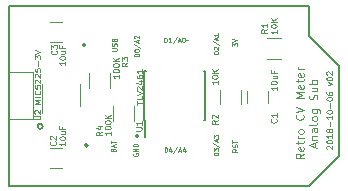
<source format=gbr>
G04 #@! TF.GenerationSoftware,KiCad,Pcbnew,(5.0.0-rc2-dev-444-g2974a2c10)*
G04 #@! TF.CreationDate,2018-10-06T13:39:59-07:00*
G04 #@! TF.ProjectId,2018-08-20 analog Trinket sub,323031382D30382D323020616E616C6F,rev?*
G04 #@! TF.SameCoordinates,Original*
G04 #@! TF.FileFunction,Legend,Top*
G04 #@! TF.FilePolarity,Positive*
%FSLAX46Y46*%
G04 Gerber Fmt 4.6, Leading zero omitted, Abs format (unit mm)*
G04 Created by KiCad (PCBNEW (5.0.0-rc2-dev-444-g2974a2c10)) date 10/06/18 13:39:59*
%MOMM*%
%LPD*%
G01*
G04 APERTURE LIST*
%ADD10C,0.100000*%
%ADD11C,0.200000*%
%ADD12C,0.150000*%
%ADD13C,0.120000*%
%ADD14C,0.080000*%
G04 APERTURE END LIST*
D10*
X241886609Y-67014314D02*
X241862800Y-66990504D01*
X241838990Y-66942885D01*
X241838990Y-66823838D01*
X241862800Y-66776219D01*
X241886609Y-66752409D01*
X241934228Y-66728600D01*
X241981847Y-66728600D01*
X242053276Y-66752409D01*
X242338990Y-67038123D01*
X242338990Y-66728600D01*
X241838990Y-66419076D02*
X241838990Y-66371457D01*
X241862800Y-66323838D01*
X241886609Y-66300028D01*
X241934228Y-66276219D01*
X242029466Y-66252409D01*
X242148514Y-66252409D01*
X242243752Y-66276219D01*
X242291371Y-66300028D01*
X242315180Y-66323838D01*
X242338990Y-66371457D01*
X242338990Y-66419076D01*
X242315180Y-66466695D01*
X242291371Y-66490504D01*
X242243752Y-66514314D01*
X242148514Y-66538123D01*
X242029466Y-66538123D01*
X241934228Y-66514314D01*
X241886609Y-66490504D01*
X241862800Y-66466695D01*
X241838990Y-66419076D01*
X242338990Y-65776219D02*
X242338990Y-66061933D01*
X242338990Y-65919076D02*
X241838990Y-65919076D01*
X241910419Y-65966695D01*
X241958038Y-66014314D01*
X241981847Y-66061933D01*
X242053276Y-65490504D02*
X242029466Y-65538123D01*
X242005657Y-65561933D01*
X241958038Y-65585742D01*
X241934228Y-65585742D01*
X241886609Y-65561933D01*
X241862800Y-65538123D01*
X241838990Y-65490504D01*
X241838990Y-65395266D01*
X241862800Y-65347647D01*
X241886609Y-65323838D01*
X241934228Y-65300028D01*
X241958038Y-65300028D01*
X242005657Y-65323838D01*
X242029466Y-65347647D01*
X242053276Y-65395266D01*
X242053276Y-65490504D01*
X242077085Y-65538123D01*
X242100895Y-65561933D01*
X242148514Y-65585742D01*
X242243752Y-65585742D01*
X242291371Y-65561933D01*
X242315180Y-65538123D01*
X242338990Y-65490504D01*
X242338990Y-65395266D01*
X242315180Y-65347647D01*
X242291371Y-65323838D01*
X242243752Y-65300028D01*
X242148514Y-65300028D01*
X242100895Y-65323838D01*
X242077085Y-65347647D01*
X242053276Y-65395266D01*
X242148514Y-65085742D02*
X242148514Y-64704790D01*
X242338990Y-64204790D02*
X242338990Y-64490504D01*
X242338990Y-64347647D02*
X241838990Y-64347647D01*
X241910419Y-64395266D01*
X241958038Y-64442885D01*
X241981847Y-64490504D01*
X241838990Y-63895266D02*
X241838990Y-63847647D01*
X241862800Y-63800028D01*
X241886609Y-63776219D01*
X241934228Y-63752409D01*
X242029466Y-63728600D01*
X242148514Y-63728600D01*
X242243752Y-63752409D01*
X242291371Y-63776219D01*
X242315180Y-63800028D01*
X242338990Y-63847647D01*
X242338990Y-63895266D01*
X242315180Y-63942885D01*
X242291371Y-63966695D01*
X242243752Y-63990504D01*
X242148514Y-64014314D01*
X242029466Y-64014314D01*
X241934228Y-63990504D01*
X241886609Y-63966695D01*
X241862800Y-63942885D01*
X241838990Y-63895266D01*
X242148514Y-63514314D02*
X242148514Y-63133361D01*
X241838990Y-62800028D02*
X241838990Y-62752409D01*
X241862800Y-62704790D01*
X241886609Y-62680980D01*
X241934228Y-62657171D01*
X242029466Y-62633361D01*
X242148514Y-62633361D01*
X242243752Y-62657171D01*
X242291371Y-62680980D01*
X242315180Y-62704790D01*
X242338990Y-62752409D01*
X242338990Y-62800028D01*
X242315180Y-62847647D01*
X242291371Y-62871457D01*
X242243752Y-62895266D01*
X242148514Y-62919076D01*
X242029466Y-62919076D01*
X241934228Y-62895266D01*
X241886609Y-62871457D01*
X241862800Y-62847647D01*
X241838990Y-62800028D01*
X241838990Y-62204790D02*
X241838990Y-62300028D01*
X241862800Y-62347647D01*
X241886609Y-62371457D01*
X241958038Y-62419076D01*
X242053276Y-62442885D01*
X242243752Y-62442885D01*
X242291371Y-62419076D01*
X242315180Y-62395266D01*
X242338990Y-62347647D01*
X242338990Y-62252409D01*
X242315180Y-62204790D01*
X242291371Y-62180980D01*
X242243752Y-62157171D01*
X242124704Y-62157171D01*
X242077085Y-62180980D01*
X242053276Y-62204790D01*
X242029466Y-62252409D01*
X242029466Y-62347647D01*
X242053276Y-62395266D01*
X242077085Y-62419076D01*
X242124704Y-62442885D01*
X242005657Y-61609552D02*
X242338990Y-61490504D01*
X242005657Y-61371457D01*
X241838990Y-61085742D02*
X241838990Y-61038123D01*
X241862800Y-60990504D01*
X241886609Y-60966695D01*
X241934228Y-60942885D01*
X242029466Y-60919076D01*
X242148514Y-60919076D01*
X242243752Y-60942885D01*
X242291371Y-60966695D01*
X242315180Y-60990504D01*
X242338990Y-61038123D01*
X242338990Y-61085742D01*
X242315180Y-61133361D01*
X242291371Y-61157171D01*
X242243752Y-61180980D01*
X242148514Y-61204790D01*
X242029466Y-61204790D01*
X241934228Y-61180980D01*
X241886609Y-61157171D01*
X241862800Y-61133361D01*
X241838990Y-61085742D01*
X241886609Y-60728600D02*
X241862800Y-60704790D01*
X241838990Y-60657171D01*
X241838990Y-60538123D01*
X241862800Y-60490504D01*
X241886609Y-60466695D01*
X241934228Y-60442885D01*
X241981847Y-60442885D01*
X242053276Y-60466695D01*
X242338990Y-60752409D01*
X242338990Y-60442885D01*
X239924066Y-67416666D02*
X239590733Y-67650000D01*
X239924066Y-67816666D02*
X239224066Y-67816666D01*
X239224066Y-67550000D01*
X239257400Y-67483333D01*
X239290733Y-67450000D01*
X239357400Y-67416666D01*
X239457400Y-67416666D01*
X239524066Y-67450000D01*
X239557400Y-67483333D01*
X239590733Y-67550000D01*
X239590733Y-67816666D01*
X239890733Y-66850000D02*
X239924066Y-66916666D01*
X239924066Y-67050000D01*
X239890733Y-67116666D01*
X239824066Y-67150000D01*
X239557400Y-67150000D01*
X239490733Y-67116666D01*
X239457400Y-67050000D01*
X239457400Y-66916666D01*
X239490733Y-66850000D01*
X239557400Y-66816666D01*
X239624066Y-66816666D01*
X239690733Y-67150000D01*
X239457400Y-66616666D02*
X239457400Y-66350000D01*
X239224066Y-66516666D02*
X239824066Y-66516666D01*
X239890733Y-66483333D01*
X239924066Y-66416666D01*
X239924066Y-66350000D01*
X239924066Y-66116666D02*
X239457400Y-66116666D01*
X239590733Y-66116666D02*
X239524066Y-66083333D01*
X239490733Y-66050000D01*
X239457400Y-65983333D01*
X239457400Y-65916666D01*
X239924066Y-65583333D02*
X239890733Y-65650000D01*
X239857400Y-65683333D01*
X239790733Y-65716666D01*
X239590733Y-65716666D01*
X239524066Y-65683333D01*
X239490733Y-65650000D01*
X239457400Y-65583333D01*
X239457400Y-65483333D01*
X239490733Y-65416666D01*
X239524066Y-65383333D01*
X239590733Y-65350000D01*
X239790733Y-65350000D01*
X239857400Y-65383333D01*
X239890733Y-65416666D01*
X239924066Y-65483333D01*
X239924066Y-65583333D01*
X239857400Y-64116666D02*
X239890733Y-64150000D01*
X239924066Y-64250000D01*
X239924066Y-64316666D01*
X239890733Y-64416666D01*
X239824066Y-64483333D01*
X239757400Y-64516666D01*
X239624066Y-64550000D01*
X239524066Y-64550000D01*
X239390733Y-64516666D01*
X239324066Y-64483333D01*
X239257400Y-64416666D01*
X239224066Y-64316666D01*
X239224066Y-64250000D01*
X239257400Y-64150000D01*
X239290733Y-64116666D01*
X239224066Y-63916666D02*
X239924066Y-63683333D01*
X239224066Y-63450000D01*
X239924066Y-62683333D02*
X239224066Y-62683333D01*
X239724066Y-62450000D01*
X239224066Y-62216666D01*
X239924066Y-62216666D01*
X239890733Y-61616666D02*
X239924066Y-61683333D01*
X239924066Y-61816666D01*
X239890733Y-61883333D01*
X239824066Y-61916666D01*
X239557400Y-61916666D01*
X239490733Y-61883333D01*
X239457400Y-61816666D01*
X239457400Y-61683333D01*
X239490733Y-61616666D01*
X239557400Y-61583333D01*
X239624066Y-61583333D01*
X239690733Y-61916666D01*
X239457400Y-61383333D02*
X239457400Y-61116666D01*
X239224066Y-61283333D02*
X239824066Y-61283333D01*
X239890733Y-61250000D01*
X239924066Y-61183333D01*
X239924066Y-61116666D01*
X239890733Y-60616666D02*
X239924066Y-60683333D01*
X239924066Y-60816666D01*
X239890733Y-60883333D01*
X239824066Y-60916666D01*
X239557400Y-60916666D01*
X239490733Y-60883333D01*
X239457400Y-60816666D01*
X239457400Y-60683333D01*
X239490733Y-60616666D01*
X239557400Y-60583333D01*
X239624066Y-60583333D01*
X239690733Y-60916666D01*
X239924066Y-60283333D02*
X239457400Y-60283333D01*
X239590733Y-60283333D02*
X239524066Y-60250000D01*
X239490733Y-60216666D01*
X239457400Y-60150000D01*
X239457400Y-60083333D01*
X240874066Y-66850000D02*
X240874066Y-66516666D01*
X241074066Y-66916666D02*
X240374066Y-66683333D01*
X241074066Y-66450000D01*
X240607400Y-66216666D02*
X241074066Y-66216666D01*
X240674066Y-66216666D02*
X240640733Y-66183333D01*
X240607400Y-66116666D01*
X240607400Y-66016666D01*
X240640733Y-65950000D01*
X240707400Y-65916666D01*
X241074066Y-65916666D01*
X241074066Y-65283333D02*
X240707400Y-65283333D01*
X240640733Y-65316666D01*
X240607400Y-65383333D01*
X240607400Y-65516666D01*
X240640733Y-65583333D01*
X241040733Y-65283333D02*
X241074066Y-65350000D01*
X241074066Y-65516666D01*
X241040733Y-65583333D01*
X240974066Y-65616666D01*
X240907400Y-65616666D01*
X240840733Y-65583333D01*
X240807400Y-65516666D01*
X240807400Y-65350000D01*
X240774066Y-65283333D01*
X241074066Y-64850000D02*
X241040733Y-64916666D01*
X240974066Y-64950000D01*
X240374066Y-64950000D01*
X241074066Y-64483333D02*
X241040733Y-64550000D01*
X241007400Y-64583333D01*
X240940733Y-64616666D01*
X240740733Y-64616666D01*
X240674066Y-64583333D01*
X240640733Y-64550000D01*
X240607400Y-64483333D01*
X240607400Y-64383333D01*
X240640733Y-64316666D01*
X240674066Y-64283333D01*
X240740733Y-64250000D01*
X240940733Y-64250000D01*
X241007400Y-64283333D01*
X241040733Y-64316666D01*
X241074066Y-64383333D01*
X241074066Y-64483333D01*
X240607400Y-63650000D02*
X241174066Y-63650000D01*
X241240733Y-63683333D01*
X241274066Y-63716666D01*
X241307400Y-63783333D01*
X241307400Y-63883333D01*
X241274066Y-63950000D01*
X241040733Y-63650000D02*
X241074066Y-63716666D01*
X241074066Y-63850000D01*
X241040733Y-63916666D01*
X241007400Y-63950000D01*
X240940733Y-63983333D01*
X240740733Y-63983333D01*
X240674066Y-63950000D01*
X240640733Y-63916666D01*
X240607400Y-63850000D01*
X240607400Y-63716666D01*
X240640733Y-63650000D01*
X241040733Y-62816666D02*
X241074066Y-62716666D01*
X241074066Y-62550000D01*
X241040733Y-62483333D01*
X241007400Y-62450000D01*
X240940733Y-62416666D01*
X240874066Y-62416666D01*
X240807400Y-62450000D01*
X240774066Y-62483333D01*
X240740733Y-62550000D01*
X240707400Y-62683333D01*
X240674066Y-62750000D01*
X240640733Y-62783333D01*
X240574066Y-62816666D01*
X240507400Y-62816666D01*
X240440733Y-62783333D01*
X240407400Y-62750000D01*
X240374066Y-62683333D01*
X240374066Y-62516666D01*
X240407400Y-62416666D01*
X240607400Y-61816666D02*
X241074066Y-61816666D01*
X240607400Y-62116666D02*
X240974066Y-62116666D01*
X241040733Y-62083333D01*
X241074066Y-62016666D01*
X241074066Y-61916666D01*
X241040733Y-61850000D01*
X241007400Y-61816666D01*
X241074066Y-61483333D02*
X240374066Y-61483333D01*
X240640733Y-61483333D02*
X240607400Y-61416666D01*
X240607400Y-61283333D01*
X240640733Y-61216666D01*
X240674066Y-61183333D01*
X240740733Y-61150000D01*
X240940733Y-61150000D01*
X241007400Y-61183333D01*
X241040733Y-61216666D01*
X241074066Y-61283333D01*
X241074066Y-61416666D01*
X241040733Y-61483333D01*
D11*
X221441421Y-58200000D02*
G75*
G03X221441421Y-58200000I-141421J0D01*
G01*
X221641421Y-66700000D02*
G75*
G03X221641421Y-66700000I-141421J0D01*
G01*
X217823607Y-65100000D02*
G75*
G03X217823607Y-65100000I-223607J0D01*
G01*
X225941421Y-65900000D02*
G75*
G03X225941421Y-65900000I-141421J0D01*
G01*
D12*
X214980001Y-54875001D02*
X214980001Y-70115001D01*
X214980001Y-54875001D02*
X240380001Y-54875001D01*
X242920001Y-59955001D02*
X242920001Y-67575001D01*
X214980001Y-70115001D02*
X240380001Y-70115001D01*
X240380001Y-70115001D02*
X242920001Y-67575001D01*
X242920001Y-59955001D02*
X240380001Y-57415001D01*
X240380001Y-57415001D02*
X240380001Y-54875001D01*
D10*
X215050001Y-60495001D02*
X216950001Y-60495001D01*
X216950001Y-60495001D02*
X216950001Y-64395001D01*
X216950001Y-64395001D02*
X216950001Y-64495001D01*
X216950001Y-64495001D02*
X214950001Y-64495001D01*
D13*
X218450000Y-68650000D02*
X219450000Y-68650000D01*
X219450000Y-66950000D02*
X218450000Y-66950000D01*
X238000000Y-59380000D02*
X236800000Y-59380000D01*
X236800000Y-57620000D02*
X238000000Y-57620000D01*
X232820000Y-63200000D02*
X232820000Y-62000000D01*
X234580000Y-62000000D02*
X234580000Y-63200000D01*
X235150000Y-62100000D02*
X235150000Y-63100000D01*
X236850000Y-63100000D02*
X236850000Y-62100000D01*
X218450000Y-57950000D02*
X219450000Y-57950000D01*
X219450000Y-56250000D02*
X218450000Y-56250000D01*
D12*
X226475000Y-64575000D02*
X226475000Y-65975000D01*
X231575000Y-64575000D02*
X231575000Y-60425000D01*
X226425000Y-64575000D02*
X226425000Y-60425000D01*
X231575000Y-64575000D02*
X231430000Y-64575000D01*
X231575000Y-60425000D02*
X231430000Y-60425000D01*
X226425000Y-60425000D02*
X226570000Y-60425000D01*
X226425000Y-64575000D02*
X226475000Y-64575000D01*
D13*
X217790000Y-61550000D02*
X217790000Y-64000000D01*
X221010000Y-63350000D02*
X221010000Y-61550000D01*
X223511000Y-60614000D02*
X223511000Y-61814000D01*
X221751000Y-61814000D02*
X221751000Y-60614000D01*
X225543000Y-63408000D02*
X225543000Y-64608000D01*
X223783000Y-64608000D02*
X223783000Y-63408000D01*
D14*
X223771428Y-67095238D02*
X223790476Y-67038095D01*
X223809523Y-67019047D01*
X223847619Y-67000000D01*
X223904761Y-67000000D01*
X223942857Y-67019047D01*
X223961904Y-67038095D01*
X223980952Y-67076190D01*
X223980952Y-67228571D01*
X223580952Y-67228571D01*
X223580952Y-67095238D01*
X223600000Y-67057142D01*
X223619047Y-67038095D01*
X223657142Y-67019047D01*
X223695238Y-67019047D01*
X223733333Y-67038095D01*
X223752380Y-67057142D01*
X223771428Y-67095238D01*
X223771428Y-67228571D01*
X223866666Y-66847619D02*
X223866666Y-66657142D01*
X223980952Y-66885714D02*
X223580952Y-66752380D01*
X223980952Y-66619047D01*
X223580952Y-66542857D02*
X223580952Y-66314285D01*
X223980952Y-66428571D02*
X223580952Y-66428571D01*
X225500000Y-67404761D02*
X225480952Y-67442857D01*
X225480952Y-67500000D01*
X225500000Y-67557142D01*
X225538095Y-67595238D01*
X225576190Y-67614285D01*
X225652380Y-67633333D01*
X225709523Y-67633333D01*
X225785714Y-67614285D01*
X225823809Y-67595238D01*
X225861904Y-67557142D01*
X225880952Y-67500000D01*
X225880952Y-67461904D01*
X225861904Y-67404761D01*
X225842857Y-67385714D01*
X225709523Y-67385714D01*
X225709523Y-67461904D01*
X225880952Y-67214285D02*
X225480952Y-67214285D01*
X225880952Y-66985714D01*
X225480952Y-66985714D01*
X225880952Y-66795238D02*
X225480952Y-66795238D01*
X225480952Y-66700000D01*
X225500000Y-66642857D01*
X225538095Y-66604761D01*
X225576190Y-66585714D01*
X225652380Y-66566666D01*
X225709523Y-66566666D01*
X225785714Y-66585714D01*
X225823809Y-66604761D01*
X225861904Y-66642857D01*
X225880952Y-66700000D01*
X225880952Y-66795238D01*
X228133333Y-67280952D02*
X228133333Y-66880952D01*
X228228571Y-66880952D01*
X228285714Y-66900000D01*
X228323809Y-66938095D01*
X228342857Y-66976190D01*
X228361904Y-67052380D01*
X228361904Y-67109523D01*
X228342857Y-67185714D01*
X228323809Y-67223809D01*
X228285714Y-67261904D01*
X228228571Y-67280952D01*
X228133333Y-67280952D01*
X228704761Y-67014285D02*
X228704761Y-67280952D01*
X228609523Y-66861904D02*
X228514285Y-67147619D01*
X228761904Y-67147619D01*
X229200000Y-66861904D02*
X228857142Y-67376190D01*
X229314285Y-67166666D02*
X229504761Y-67166666D01*
X229276190Y-67280952D02*
X229409523Y-66880952D01*
X229542857Y-67280952D01*
X229847619Y-67014285D02*
X229847619Y-67280952D01*
X229752380Y-66861904D02*
X229657142Y-67147619D01*
X229904761Y-67147619D01*
X232680952Y-67566666D02*
X232280952Y-67566666D01*
X232280952Y-67471428D01*
X232300000Y-67414285D01*
X232338095Y-67376190D01*
X232376190Y-67357142D01*
X232452380Y-67338095D01*
X232509523Y-67338095D01*
X232585714Y-67357142D01*
X232623809Y-67376190D01*
X232661904Y-67414285D01*
X232680952Y-67471428D01*
X232680952Y-67566666D01*
X232280952Y-67204761D02*
X232280952Y-66957142D01*
X232433333Y-67090476D01*
X232433333Y-67033333D01*
X232452380Y-66995238D01*
X232471428Y-66976190D01*
X232509523Y-66957142D01*
X232604761Y-66957142D01*
X232642857Y-66976190D01*
X232661904Y-66995238D01*
X232680952Y-67033333D01*
X232680952Y-67147619D01*
X232661904Y-67185714D01*
X232642857Y-67204761D01*
X232261904Y-66500000D02*
X232776190Y-66842857D01*
X232566666Y-66385714D02*
X232566666Y-66195238D01*
X232680952Y-66423809D02*
X232280952Y-66290476D01*
X232680952Y-66157142D01*
X232280952Y-66061904D02*
X232280952Y-65814285D01*
X232433333Y-65947619D01*
X232433333Y-65890476D01*
X232452380Y-65852380D01*
X232471428Y-65833333D01*
X232509523Y-65814285D01*
X232604761Y-65814285D01*
X232642857Y-65833333D01*
X232661904Y-65852380D01*
X232680952Y-65890476D01*
X232680952Y-66004761D01*
X232661904Y-66042857D01*
X232642857Y-66061904D01*
X234280952Y-67019047D02*
X234090476Y-67152380D01*
X234280952Y-67247619D02*
X233880952Y-67247619D01*
X233880952Y-67095238D01*
X233900000Y-67057142D01*
X233919047Y-67038095D01*
X233957142Y-67019047D01*
X234014285Y-67019047D01*
X234052380Y-67038095D01*
X234071428Y-67057142D01*
X234090476Y-67095238D01*
X234090476Y-67247619D01*
X234261904Y-66866666D02*
X234280952Y-66809523D01*
X234280952Y-66714285D01*
X234261904Y-66676190D01*
X234242857Y-66657142D01*
X234204761Y-66638095D01*
X234166666Y-66638095D01*
X234128571Y-66657142D01*
X234109523Y-66676190D01*
X234090476Y-66714285D01*
X234071428Y-66790476D01*
X234052380Y-66828571D01*
X234033333Y-66847619D01*
X233995238Y-66866666D01*
X233957142Y-66866666D01*
X233919047Y-66847619D01*
X233900000Y-66828571D01*
X233880952Y-66790476D01*
X233880952Y-66695238D01*
X233900000Y-66638095D01*
X233880952Y-66523809D02*
X233880952Y-66295238D01*
X234280952Y-66409523D02*
X233880952Y-66409523D01*
X223680952Y-58704761D02*
X224004761Y-58704761D01*
X224042857Y-58685714D01*
X224061904Y-58666666D01*
X224080952Y-58628571D01*
X224080952Y-58552380D01*
X224061904Y-58514285D01*
X224042857Y-58495238D01*
X224004761Y-58476190D01*
X223680952Y-58476190D01*
X224061904Y-58304761D02*
X224080952Y-58247619D01*
X224080952Y-58152380D01*
X224061904Y-58114285D01*
X224042857Y-58095238D01*
X224004761Y-58076190D01*
X223966666Y-58076190D01*
X223928571Y-58095238D01*
X223909523Y-58114285D01*
X223890476Y-58152380D01*
X223871428Y-58228571D01*
X223852380Y-58266666D01*
X223833333Y-58285714D01*
X223795238Y-58304761D01*
X223757142Y-58304761D01*
X223719047Y-58285714D01*
X223700000Y-58266666D01*
X223680952Y-58228571D01*
X223680952Y-58133333D01*
X223700000Y-58076190D01*
X223871428Y-57771428D02*
X223890476Y-57714285D01*
X223909523Y-57695238D01*
X223947619Y-57676190D01*
X224004761Y-57676190D01*
X224042857Y-57695238D01*
X224061904Y-57714285D01*
X224080952Y-57752380D01*
X224080952Y-57904761D01*
X223680952Y-57904761D01*
X223680952Y-57771428D01*
X223700000Y-57733333D01*
X223719047Y-57714285D01*
X223757142Y-57695238D01*
X223795238Y-57695238D01*
X223833333Y-57714285D01*
X223852380Y-57733333D01*
X223871428Y-57771428D01*
X223871428Y-57904761D01*
X225980952Y-59166666D02*
X225580952Y-59166666D01*
X225580952Y-59071428D01*
X225600000Y-59014285D01*
X225638095Y-58976190D01*
X225676190Y-58957142D01*
X225752380Y-58938095D01*
X225809523Y-58938095D01*
X225885714Y-58957142D01*
X225923809Y-58976190D01*
X225961904Y-59014285D01*
X225980952Y-59071428D01*
X225980952Y-59166666D01*
X225580952Y-58690476D02*
X225580952Y-58652380D01*
X225600000Y-58614285D01*
X225619047Y-58595238D01*
X225657142Y-58576190D01*
X225733333Y-58557142D01*
X225828571Y-58557142D01*
X225904761Y-58576190D01*
X225942857Y-58595238D01*
X225961904Y-58614285D01*
X225980952Y-58652380D01*
X225980952Y-58690476D01*
X225961904Y-58728571D01*
X225942857Y-58747619D01*
X225904761Y-58766666D01*
X225828571Y-58785714D01*
X225733333Y-58785714D01*
X225657142Y-58766666D01*
X225619047Y-58747619D01*
X225600000Y-58728571D01*
X225580952Y-58690476D01*
X225561904Y-58100000D02*
X226076190Y-58442857D01*
X225866666Y-57985714D02*
X225866666Y-57795238D01*
X225980952Y-58023809D02*
X225580952Y-57890476D01*
X225980952Y-57757142D01*
X225619047Y-57642857D02*
X225600000Y-57623809D01*
X225580952Y-57585714D01*
X225580952Y-57490476D01*
X225600000Y-57452380D01*
X225619047Y-57433333D01*
X225657142Y-57414285D01*
X225695238Y-57414285D01*
X225752380Y-57433333D01*
X225980952Y-57661904D01*
X225980952Y-57414285D01*
X228090476Y-57980952D02*
X228090476Y-57580952D01*
X228185714Y-57580952D01*
X228242857Y-57600000D01*
X228280952Y-57638095D01*
X228300000Y-57676190D01*
X228319047Y-57752380D01*
X228319047Y-57809523D01*
X228300000Y-57885714D01*
X228280952Y-57923809D01*
X228242857Y-57961904D01*
X228185714Y-57980952D01*
X228090476Y-57980952D01*
X228700000Y-57980952D02*
X228471428Y-57980952D01*
X228585714Y-57980952D02*
X228585714Y-57580952D01*
X228547619Y-57638095D01*
X228509523Y-57676190D01*
X228471428Y-57695238D01*
X229157142Y-57561904D02*
X228814285Y-58076190D01*
X229271428Y-57866666D02*
X229461904Y-57866666D01*
X229233333Y-57980952D02*
X229366666Y-57580952D01*
X229500000Y-57980952D01*
X229709523Y-57580952D02*
X229747619Y-57580952D01*
X229785714Y-57600000D01*
X229804761Y-57619047D01*
X229823809Y-57657142D01*
X229842857Y-57733333D01*
X229842857Y-57828571D01*
X229823809Y-57904761D01*
X229804761Y-57942857D01*
X229785714Y-57961904D01*
X229747619Y-57980952D01*
X229709523Y-57980952D01*
X229671428Y-57961904D01*
X229652380Y-57942857D01*
X229633333Y-57904761D01*
X229614285Y-57828571D01*
X229614285Y-57733333D01*
X229633333Y-57657142D01*
X229652380Y-57619047D01*
X229671428Y-57600000D01*
X229709523Y-57580952D01*
X229957142Y-57828571D02*
X229976190Y-57809523D01*
X230014285Y-57790476D01*
X230090476Y-57828571D01*
X230128571Y-57809523D01*
X230147619Y-57790476D01*
X232680952Y-58966666D02*
X232280952Y-58966666D01*
X232280952Y-58871428D01*
X232300000Y-58814285D01*
X232338095Y-58776190D01*
X232376190Y-58757142D01*
X232452380Y-58738095D01*
X232509523Y-58738095D01*
X232585714Y-58757142D01*
X232623809Y-58776190D01*
X232661904Y-58814285D01*
X232680952Y-58871428D01*
X232680952Y-58966666D01*
X232319047Y-58585714D02*
X232300000Y-58566666D01*
X232280952Y-58528571D01*
X232280952Y-58433333D01*
X232300000Y-58395238D01*
X232319047Y-58376190D01*
X232357142Y-58357142D01*
X232395238Y-58357142D01*
X232452380Y-58376190D01*
X232680952Y-58604761D01*
X232680952Y-58357142D01*
X232261904Y-57900000D02*
X232776190Y-58242857D01*
X232566666Y-57785714D02*
X232566666Y-57595238D01*
X232680952Y-57823809D02*
X232280952Y-57690476D01*
X232680952Y-57557142D01*
X232680952Y-57214285D02*
X232680952Y-57442857D01*
X232680952Y-57328571D02*
X232280952Y-57328571D01*
X232338095Y-57366666D01*
X232376190Y-57404761D01*
X232395238Y-57442857D01*
X233880952Y-58304761D02*
X233880952Y-58057142D01*
X234033333Y-58190476D01*
X234033333Y-58133333D01*
X234052380Y-58095238D01*
X234071428Y-58076190D01*
X234109523Y-58057142D01*
X234204761Y-58057142D01*
X234242857Y-58076190D01*
X234261904Y-58095238D01*
X234280952Y-58133333D01*
X234280952Y-58247619D01*
X234261904Y-58285714D01*
X234242857Y-58304761D01*
X233880952Y-57942857D02*
X234280952Y-57809523D01*
X233880952Y-57676190D01*
D10*
X218878571Y-66383333D02*
X218902380Y-66407142D01*
X218926190Y-66478571D01*
X218926190Y-66526190D01*
X218902380Y-66597619D01*
X218854761Y-66645238D01*
X218807142Y-66669047D01*
X218711904Y-66692857D01*
X218640476Y-66692857D01*
X218545238Y-66669047D01*
X218497619Y-66645238D01*
X218450000Y-66597619D01*
X218426190Y-66526190D01*
X218426190Y-66478571D01*
X218450000Y-66407142D01*
X218473809Y-66383333D01*
X218473809Y-66192857D02*
X218450000Y-66169047D01*
X218426190Y-66121428D01*
X218426190Y-66002380D01*
X218450000Y-65954761D01*
X218473809Y-65930952D01*
X218521428Y-65907142D01*
X218569047Y-65907142D01*
X218640476Y-65930952D01*
X218926190Y-66216666D01*
X218926190Y-65907142D01*
X219726190Y-66435714D02*
X219726190Y-66721428D01*
X219726190Y-66578571D02*
X219226190Y-66578571D01*
X219297619Y-66626190D01*
X219345238Y-66673809D01*
X219369047Y-66721428D01*
X219226190Y-66126190D02*
X219226190Y-66078571D01*
X219250000Y-66030952D01*
X219273809Y-66007142D01*
X219321428Y-65983333D01*
X219416666Y-65959523D01*
X219535714Y-65959523D01*
X219630952Y-65983333D01*
X219678571Y-66007142D01*
X219702380Y-66030952D01*
X219726190Y-66078571D01*
X219726190Y-66126190D01*
X219702380Y-66173809D01*
X219678571Y-66197619D01*
X219630952Y-66221428D01*
X219535714Y-66245238D01*
X219416666Y-66245238D01*
X219321428Y-66221428D01*
X219273809Y-66197619D01*
X219250000Y-66173809D01*
X219226190Y-66126190D01*
X219392857Y-65530952D02*
X219726190Y-65530952D01*
X219392857Y-65745238D02*
X219654761Y-65745238D01*
X219702380Y-65721428D01*
X219726190Y-65673809D01*
X219726190Y-65602380D01*
X219702380Y-65554761D01*
X219678571Y-65530952D01*
X219464285Y-65126190D02*
X219464285Y-65292857D01*
X219726190Y-65292857D02*
X219226190Y-65292857D01*
X219226190Y-65054761D01*
X236826190Y-56883333D02*
X236588095Y-57050000D01*
X236826190Y-57169047D02*
X236326190Y-57169047D01*
X236326190Y-56978571D01*
X236350000Y-56930952D01*
X236373809Y-56907142D01*
X236421428Y-56883333D01*
X236492857Y-56883333D01*
X236540476Y-56907142D01*
X236564285Y-56930952D01*
X236588095Y-56978571D01*
X236588095Y-57169047D01*
X236826190Y-56407142D02*
X236826190Y-56692857D01*
X236826190Y-56550000D02*
X236326190Y-56550000D01*
X236397619Y-56597619D01*
X236445238Y-56645238D01*
X236469047Y-56692857D01*
X237626190Y-56945238D02*
X237626190Y-57230952D01*
X237626190Y-57088095D02*
X237126190Y-57088095D01*
X237197619Y-57135714D01*
X237245238Y-57183333D01*
X237269047Y-57230952D01*
X237126190Y-56635714D02*
X237126190Y-56588095D01*
X237150000Y-56540476D01*
X237173809Y-56516666D01*
X237221428Y-56492857D01*
X237316666Y-56469047D01*
X237435714Y-56469047D01*
X237530952Y-56492857D01*
X237578571Y-56516666D01*
X237602380Y-56540476D01*
X237626190Y-56588095D01*
X237626190Y-56635714D01*
X237602380Y-56683333D01*
X237578571Y-56707142D01*
X237530952Y-56730952D01*
X237435714Y-56754761D01*
X237316666Y-56754761D01*
X237221428Y-56730952D01*
X237173809Y-56707142D01*
X237150000Y-56683333D01*
X237126190Y-56635714D01*
X237626190Y-56254761D02*
X237126190Y-56254761D01*
X237626190Y-55969047D02*
X237340476Y-56183333D01*
X237126190Y-55969047D02*
X237411904Y-56254761D01*
X232626190Y-64583333D02*
X232388095Y-64750000D01*
X232626190Y-64869047D02*
X232126190Y-64869047D01*
X232126190Y-64678571D01*
X232150000Y-64630952D01*
X232173809Y-64607142D01*
X232221428Y-64583333D01*
X232292857Y-64583333D01*
X232340476Y-64607142D01*
X232364285Y-64630952D01*
X232388095Y-64678571D01*
X232388095Y-64869047D01*
X232173809Y-64392857D02*
X232150000Y-64369047D01*
X232126190Y-64321428D01*
X232126190Y-64202380D01*
X232150000Y-64154761D01*
X232173809Y-64130952D01*
X232221428Y-64107142D01*
X232269047Y-64107142D01*
X232340476Y-64130952D01*
X232626190Y-64416666D01*
X232626190Y-64107142D01*
X232626190Y-61245238D02*
X232626190Y-61530952D01*
X232626190Y-61388095D02*
X232126190Y-61388095D01*
X232197619Y-61435714D01*
X232245238Y-61483333D01*
X232269047Y-61530952D01*
X232126190Y-60935714D02*
X232126190Y-60888095D01*
X232150000Y-60840476D01*
X232173809Y-60816666D01*
X232221428Y-60792857D01*
X232316666Y-60769047D01*
X232435714Y-60769047D01*
X232530952Y-60792857D01*
X232578571Y-60816666D01*
X232602380Y-60840476D01*
X232626190Y-60888095D01*
X232626190Y-60935714D01*
X232602380Y-60983333D01*
X232578571Y-61007142D01*
X232530952Y-61030952D01*
X232435714Y-61054761D01*
X232316666Y-61054761D01*
X232221428Y-61030952D01*
X232173809Y-61007142D01*
X232150000Y-60983333D01*
X232126190Y-60935714D01*
X232626190Y-60554761D02*
X232126190Y-60554761D01*
X232626190Y-60269047D02*
X232340476Y-60483333D01*
X232126190Y-60269047D02*
X232411904Y-60554761D01*
X237578571Y-64483333D02*
X237602380Y-64507142D01*
X237626190Y-64578571D01*
X237626190Y-64626190D01*
X237602380Y-64697619D01*
X237554761Y-64745238D01*
X237507142Y-64769047D01*
X237411904Y-64792857D01*
X237340476Y-64792857D01*
X237245238Y-64769047D01*
X237197619Y-64745238D01*
X237150000Y-64697619D01*
X237126190Y-64626190D01*
X237126190Y-64578571D01*
X237150000Y-64507142D01*
X237173809Y-64483333D01*
X237626190Y-64007142D02*
X237626190Y-64292857D01*
X237626190Y-64150000D02*
X237126190Y-64150000D01*
X237197619Y-64197619D01*
X237245238Y-64245238D01*
X237269047Y-64292857D01*
X237626190Y-61735714D02*
X237626190Y-62021428D01*
X237626190Y-61878571D02*
X237126190Y-61878571D01*
X237197619Y-61926190D01*
X237245238Y-61973809D01*
X237269047Y-62021428D01*
X237126190Y-61426190D02*
X237126190Y-61378571D01*
X237150000Y-61330952D01*
X237173809Y-61307142D01*
X237221428Y-61283333D01*
X237316666Y-61259523D01*
X237435714Y-61259523D01*
X237530952Y-61283333D01*
X237578571Y-61307142D01*
X237602380Y-61330952D01*
X237626190Y-61378571D01*
X237626190Y-61426190D01*
X237602380Y-61473809D01*
X237578571Y-61497619D01*
X237530952Y-61521428D01*
X237435714Y-61545238D01*
X237316666Y-61545238D01*
X237221428Y-61521428D01*
X237173809Y-61497619D01*
X237150000Y-61473809D01*
X237126190Y-61426190D01*
X237292857Y-60830952D02*
X237626190Y-60830952D01*
X237292857Y-61045238D02*
X237554761Y-61045238D01*
X237602380Y-61021428D01*
X237626190Y-60973809D01*
X237626190Y-60902380D01*
X237602380Y-60854761D01*
X237578571Y-60830952D01*
X237364285Y-60426190D02*
X237364285Y-60592857D01*
X237626190Y-60592857D02*
X237126190Y-60592857D01*
X237126190Y-60354761D01*
X218978571Y-58683333D02*
X219002380Y-58707142D01*
X219026190Y-58778571D01*
X219026190Y-58826190D01*
X219002380Y-58897619D01*
X218954761Y-58945238D01*
X218907142Y-58969047D01*
X218811904Y-58992857D01*
X218740476Y-58992857D01*
X218645238Y-58969047D01*
X218597619Y-58945238D01*
X218550000Y-58897619D01*
X218526190Y-58826190D01*
X218526190Y-58778571D01*
X218550000Y-58707142D01*
X218573809Y-58683333D01*
X218526190Y-58516666D02*
X218526190Y-58207142D01*
X218716666Y-58373809D01*
X218716666Y-58302380D01*
X218740476Y-58254761D01*
X218764285Y-58230952D01*
X218811904Y-58207142D01*
X218930952Y-58207142D01*
X218978571Y-58230952D01*
X219002380Y-58254761D01*
X219026190Y-58302380D01*
X219026190Y-58445238D01*
X219002380Y-58492857D01*
X218978571Y-58516666D01*
X219726190Y-59635714D02*
X219726190Y-59921428D01*
X219726190Y-59778571D02*
X219226190Y-59778571D01*
X219297619Y-59826190D01*
X219345238Y-59873809D01*
X219369047Y-59921428D01*
X219226190Y-59326190D02*
X219226190Y-59278571D01*
X219250000Y-59230952D01*
X219273809Y-59207142D01*
X219321428Y-59183333D01*
X219416666Y-59159523D01*
X219535714Y-59159523D01*
X219630952Y-59183333D01*
X219678571Y-59207142D01*
X219702380Y-59230952D01*
X219726190Y-59278571D01*
X219726190Y-59326190D01*
X219702380Y-59373809D01*
X219678571Y-59397619D01*
X219630952Y-59421428D01*
X219535714Y-59445238D01*
X219416666Y-59445238D01*
X219321428Y-59421428D01*
X219273809Y-59397619D01*
X219250000Y-59373809D01*
X219226190Y-59326190D01*
X219392857Y-58730952D02*
X219726190Y-58730952D01*
X219392857Y-58945238D02*
X219654761Y-58945238D01*
X219702380Y-58921428D01*
X219726190Y-58873809D01*
X219726190Y-58802380D01*
X219702380Y-58754761D01*
X219678571Y-58730952D01*
X219464285Y-58326190D02*
X219464285Y-58492857D01*
X219726190Y-58492857D02*
X219226190Y-58492857D01*
X219226190Y-58254761D01*
X225684590Y-65455752D02*
X226089352Y-65455752D01*
X226136971Y-65431942D01*
X226160780Y-65408133D01*
X226184590Y-65360514D01*
X226184590Y-65265276D01*
X226160780Y-65217657D01*
X226136971Y-65193847D01*
X226089352Y-65170038D01*
X225684590Y-65170038D01*
X226184590Y-64670038D02*
X226184590Y-64955752D01*
X226184590Y-64812895D02*
X225684590Y-64812895D01*
X225756019Y-64860514D01*
X225803638Y-64908133D01*
X225827447Y-64955752D01*
X225760790Y-63259304D02*
X225760790Y-62973590D01*
X226260790Y-63116447D02*
X225760790Y-63116447D01*
X226260790Y-62568828D02*
X226260790Y-62806923D01*
X225760790Y-62806923D01*
X225760790Y-62473590D02*
X226260790Y-62306923D01*
X225760790Y-62140257D01*
X225808409Y-61997400D02*
X225784600Y-61973590D01*
X225760790Y-61925971D01*
X225760790Y-61806923D01*
X225784600Y-61759304D01*
X225808409Y-61735495D01*
X225856028Y-61711685D01*
X225903647Y-61711685D01*
X225975076Y-61735495D01*
X226260790Y-62021209D01*
X226260790Y-61711685D01*
X225927457Y-61283114D02*
X226260790Y-61283114D01*
X225736980Y-61402161D02*
X226094123Y-61521209D01*
X226094123Y-61211685D01*
X225760790Y-60806923D02*
X225760790Y-60902161D01*
X225784600Y-60949780D01*
X225808409Y-60973590D01*
X225879838Y-61021209D01*
X225975076Y-61045019D01*
X226165552Y-61045019D01*
X226213171Y-61021209D01*
X226236980Y-60997400D01*
X226260790Y-60949780D01*
X226260790Y-60854542D01*
X226236980Y-60806923D01*
X226213171Y-60783114D01*
X226165552Y-60759304D01*
X226046504Y-60759304D01*
X225998885Y-60783114D01*
X225975076Y-60806923D01*
X225951266Y-60854542D01*
X225951266Y-60949780D01*
X225975076Y-60997400D01*
X225998885Y-61021209D01*
X226046504Y-61045019D01*
X226260790Y-60283114D02*
X226260790Y-60568828D01*
X226260790Y-60425971D02*
X225760790Y-60425971D01*
X225832219Y-60473590D01*
X225879838Y-60521209D01*
X225903647Y-60568828D01*
X217099390Y-64515952D02*
X217504152Y-64515952D01*
X217551771Y-64492142D01*
X217575580Y-64468333D01*
X217599390Y-64420714D01*
X217599390Y-64325476D01*
X217575580Y-64277857D01*
X217551771Y-64254047D01*
X217504152Y-64230238D01*
X217099390Y-64230238D01*
X217147009Y-64015952D02*
X217123200Y-63992142D01*
X217099390Y-63944523D01*
X217099390Y-63825476D01*
X217123200Y-63777857D01*
X217147009Y-63754047D01*
X217194628Y-63730238D01*
X217242247Y-63730238D01*
X217313676Y-63754047D01*
X217599390Y-64039761D01*
X217599390Y-63730238D01*
X217624790Y-63184600D02*
X217124790Y-63184600D01*
X217481933Y-63017933D01*
X217124790Y-62851266D01*
X217624790Y-62851266D01*
X217624790Y-62613171D02*
X217124790Y-62613171D01*
X217577171Y-62089361D02*
X217600980Y-62113171D01*
X217624790Y-62184600D01*
X217624790Y-62232219D01*
X217600980Y-62303647D01*
X217553361Y-62351266D01*
X217505742Y-62375076D01*
X217410504Y-62398885D01*
X217339076Y-62398885D01*
X217243838Y-62375076D01*
X217196219Y-62351266D01*
X217148600Y-62303647D01*
X217124790Y-62232219D01*
X217124790Y-62184600D01*
X217148600Y-62113171D01*
X217172409Y-62089361D01*
X217124790Y-61636980D02*
X217124790Y-61875076D01*
X217362885Y-61898885D01*
X217339076Y-61875076D01*
X217315266Y-61827457D01*
X217315266Y-61708409D01*
X217339076Y-61660790D01*
X217362885Y-61636980D01*
X217410504Y-61613171D01*
X217529552Y-61613171D01*
X217577171Y-61636980D01*
X217600980Y-61660790D01*
X217624790Y-61708409D01*
X217624790Y-61827457D01*
X217600980Y-61875076D01*
X217577171Y-61898885D01*
X217172409Y-61422695D02*
X217148600Y-61398885D01*
X217124790Y-61351266D01*
X217124790Y-61232219D01*
X217148600Y-61184600D01*
X217172409Y-61160790D01*
X217220028Y-61136980D01*
X217267647Y-61136980D01*
X217339076Y-61160790D01*
X217624790Y-61446504D01*
X217624790Y-61136980D01*
X217172409Y-60946504D02*
X217148600Y-60922695D01*
X217124790Y-60875076D01*
X217124790Y-60756028D01*
X217148600Y-60708409D01*
X217172409Y-60684600D01*
X217220028Y-60660790D01*
X217267647Y-60660790D01*
X217339076Y-60684600D01*
X217624790Y-60970314D01*
X217624790Y-60660790D01*
X217124790Y-60208409D02*
X217124790Y-60446504D01*
X217362885Y-60470314D01*
X217339076Y-60446504D01*
X217315266Y-60398885D01*
X217315266Y-60279838D01*
X217339076Y-60232219D01*
X217362885Y-60208409D01*
X217410504Y-60184600D01*
X217529552Y-60184600D01*
X217577171Y-60208409D01*
X217600980Y-60232219D01*
X217624790Y-60279838D01*
X217624790Y-60398885D01*
X217600980Y-60446504D01*
X217577171Y-60470314D01*
X217434314Y-59970314D02*
X217434314Y-59589361D01*
X217124790Y-59398885D02*
X217124790Y-59089361D01*
X217315266Y-59256028D01*
X217315266Y-59184600D01*
X217339076Y-59136980D01*
X217362885Y-59113171D01*
X217410504Y-59089361D01*
X217529552Y-59089361D01*
X217577171Y-59113171D01*
X217600980Y-59136980D01*
X217624790Y-59184600D01*
X217624790Y-59327457D01*
X217600980Y-59375076D01*
X217577171Y-59398885D01*
X217124790Y-58946504D02*
X217624790Y-58779838D01*
X217124790Y-58613171D01*
X224990790Y-59697133D02*
X224752695Y-59863800D01*
X224990790Y-59982847D02*
X224490790Y-59982847D01*
X224490790Y-59792371D01*
X224514600Y-59744752D01*
X224538409Y-59720942D01*
X224586028Y-59697133D01*
X224657457Y-59697133D01*
X224705076Y-59720942D01*
X224728885Y-59744752D01*
X224752695Y-59792371D01*
X224752695Y-59982847D01*
X224490790Y-59530466D02*
X224490790Y-59220942D01*
X224681266Y-59387609D01*
X224681266Y-59316180D01*
X224705076Y-59268561D01*
X224728885Y-59244752D01*
X224776504Y-59220942D01*
X224895552Y-59220942D01*
X224943171Y-59244752D01*
X224966980Y-59268561D01*
X224990790Y-59316180D01*
X224990790Y-59459038D01*
X224966980Y-59506657D01*
X224943171Y-59530466D01*
X224254190Y-60730533D02*
X224254190Y-61016247D01*
X224254190Y-60873390D02*
X223754190Y-60873390D01*
X223825619Y-60921009D01*
X223873238Y-60968628D01*
X223897047Y-61016247D01*
X223754190Y-60421009D02*
X223754190Y-60373390D01*
X223778000Y-60325771D01*
X223801809Y-60301961D01*
X223849428Y-60278152D01*
X223944666Y-60254342D01*
X224063714Y-60254342D01*
X224158952Y-60278152D01*
X224206571Y-60301961D01*
X224230380Y-60325771D01*
X224254190Y-60373390D01*
X224254190Y-60421009D01*
X224230380Y-60468628D01*
X224206571Y-60492438D01*
X224158952Y-60516247D01*
X224063714Y-60540057D01*
X223944666Y-60540057D01*
X223849428Y-60516247D01*
X223801809Y-60492438D01*
X223778000Y-60468628D01*
X223754190Y-60421009D01*
X223754190Y-59944819D02*
X223754190Y-59897200D01*
X223778000Y-59849580D01*
X223801809Y-59825771D01*
X223849428Y-59801961D01*
X223944666Y-59778152D01*
X224063714Y-59778152D01*
X224158952Y-59801961D01*
X224206571Y-59825771D01*
X224230380Y-59849580D01*
X224254190Y-59897200D01*
X224254190Y-59944819D01*
X224230380Y-59992438D01*
X224206571Y-60016247D01*
X224158952Y-60040057D01*
X224063714Y-60063866D01*
X223944666Y-60063866D01*
X223849428Y-60040057D01*
X223801809Y-60016247D01*
X223778000Y-59992438D01*
X223754190Y-59944819D01*
X224254190Y-59563866D02*
X223754190Y-59563866D01*
X224254190Y-59278152D02*
X223968476Y-59492438D01*
X223754190Y-59278152D02*
X224039904Y-59563866D01*
X222857190Y-65539133D02*
X222619095Y-65705800D01*
X222857190Y-65824847D02*
X222357190Y-65824847D01*
X222357190Y-65634371D01*
X222381000Y-65586752D01*
X222404809Y-65562942D01*
X222452428Y-65539133D01*
X222523857Y-65539133D01*
X222571476Y-65562942D01*
X222595285Y-65586752D01*
X222619095Y-65634371D01*
X222619095Y-65824847D01*
X222523857Y-65110561D02*
X222857190Y-65110561D01*
X222333380Y-65229609D02*
X222690523Y-65348657D01*
X222690523Y-65039133D01*
X223568390Y-65556533D02*
X223568390Y-65842247D01*
X223568390Y-65699390D02*
X223068390Y-65699390D01*
X223139819Y-65747009D01*
X223187438Y-65794628D01*
X223211247Y-65842247D01*
X223068390Y-65247009D02*
X223068390Y-65199390D01*
X223092200Y-65151771D01*
X223116009Y-65127961D01*
X223163628Y-65104152D01*
X223258866Y-65080342D01*
X223377914Y-65080342D01*
X223473152Y-65104152D01*
X223520771Y-65127961D01*
X223544580Y-65151771D01*
X223568390Y-65199390D01*
X223568390Y-65247009D01*
X223544580Y-65294628D01*
X223520771Y-65318438D01*
X223473152Y-65342247D01*
X223377914Y-65366057D01*
X223258866Y-65366057D01*
X223163628Y-65342247D01*
X223116009Y-65318438D01*
X223092200Y-65294628D01*
X223068390Y-65247009D01*
X223068390Y-64770819D02*
X223068390Y-64723200D01*
X223092200Y-64675580D01*
X223116009Y-64651771D01*
X223163628Y-64627961D01*
X223258866Y-64604152D01*
X223377914Y-64604152D01*
X223473152Y-64627961D01*
X223520771Y-64651771D01*
X223544580Y-64675580D01*
X223568390Y-64723200D01*
X223568390Y-64770819D01*
X223544580Y-64818438D01*
X223520771Y-64842247D01*
X223473152Y-64866057D01*
X223377914Y-64889866D01*
X223258866Y-64889866D01*
X223163628Y-64866057D01*
X223116009Y-64842247D01*
X223092200Y-64818438D01*
X223068390Y-64770819D01*
X223568390Y-64389866D02*
X223068390Y-64389866D01*
X223568390Y-64104152D02*
X223282676Y-64318438D01*
X223068390Y-64104152D02*
X223354104Y-64389866D01*
M02*

</source>
